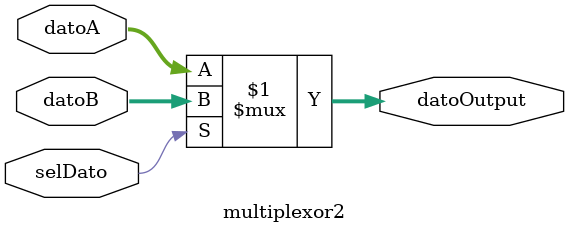
<source format=sv>
module multiplexor2 #(parameter BITS = 32) (input logic [BITS - 1:0] datoA,
														  input logic [BITS - 1:0] datoB,
														  input logic selDato,
														  output logic [BITS - 1:0] datoOutput);

	assign datoOutput = selDato ? datoB : datoA;
														  
endmodule

</source>
